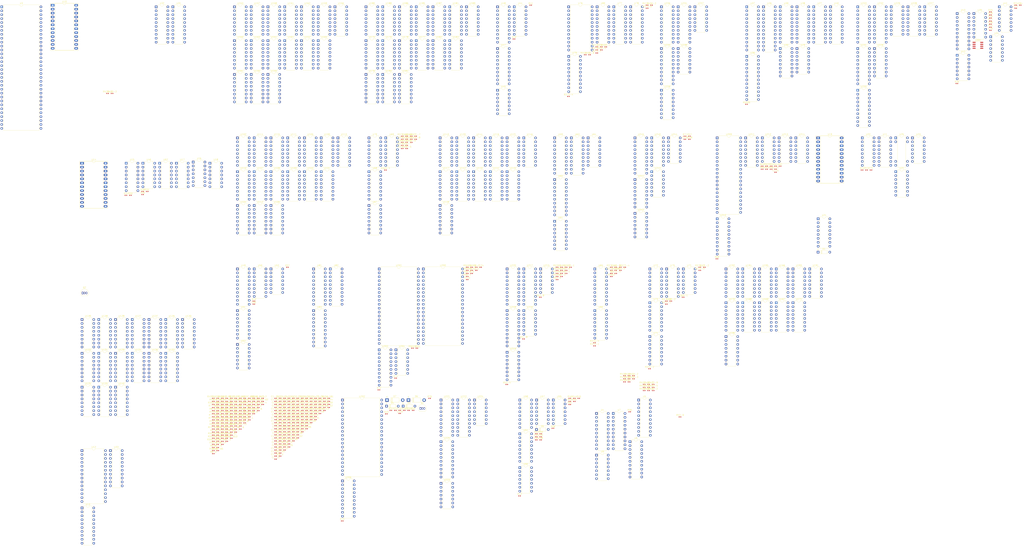
<source format=kicad_pcb>
(kicad_pcb (version 20211014) (generator pcbnew)

  (general
    (thickness 1.6)
  )

  (paper "A4")
  (layers
    (0 "F.Cu" signal)
    (31 "B.Cu" signal)
    (32 "B.Adhes" user "B.Adhesive")
    (33 "F.Adhes" user "F.Adhesive")
    (34 "B.Paste" user)
    (35 "F.Paste" user)
    (36 "B.SilkS" user "B.Silkscreen")
    (37 "F.SilkS" user "F.Silkscreen")
    (38 "B.Mask" user)
    (39 "F.Mask" user)
    (40 "Dwgs.User" user "User.Drawings")
    (41 "Cmts.User" user "User.Comments")
    (42 "Eco1.User" user "User.Eco1")
    (43 "Eco2.User" user "User.Eco2")
    (44 "Edge.Cuts" user)
    (45 "Margin" user)
    (46 "B.CrtYd" user "B.Courtyard")
    (47 "F.CrtYd" user "F.Courtyard")
    (48 "B.Fab" user)
    (49 "F.Fab" user)
    (50 "User.1" user)
    (51 "User.2" user)
    (52 "User.3" user)
    (53 "User.4" user)
    (54 "User.5" user)
    (55 "User.6" user)
    (56 "User.7" user)
    (57 "User.8" user)
    (58 "User.9" user)
  )

  (setup
    (pad_to_mask_clearance 0)
    (pcbplotparams
      (layerselection 0x00010fc_ffffffff)
      (disableapertmacros false)
      (usegerberextensions false)
      (usegerberattributes true)
      (usegerberadvancedattributes true)
      (creategerberjobfile true)
      (svguseinch false)
      (svgprecision 6)
      (excludeedgelayer true)
      (plotframeref false)
      (viasonmask false)
      (mode 1)
      (useauxorigin false)
      (hpglpennumber 1)
      (hpglpenspeed 20)
      (hpglpendiameter 15.000000)
      (dxfpolygonmode true)
      (dxfimperialunits true)
      (dxfusepcbnewfont true)
      (psnegative false)
      (psa4output false)
      (plotreference true)
      (plotvalue true)
      (plotinvisibletext false)
      (sketchpadsonfab false)
      (subtractmaskfromsilk false)
      (outputformat 1)
      (mirror false)
      (drillshape 1)
      (scaleselection 1)
      (outputdirectory "")
    )
  )

  (net 0 "")
  (net 1 "-12V")
  (net 2 "V+")
  (net 3 "Net-(C70-Pad2)")
  (net 4 "C587")
  (net 5 "Net-(C77-Pad1)")
  (net 6 "Net-(C79-Pad1)")
  (net 7 "Net-(C84-Pad1)")
  (net 8 "Net-(C90-Pad1)")
  (net 9 "Net-(C94-Pad1)")
  (net 10 "Net-(C95-Pad1)")
  (net 11 "Net-(C96-Pad1)")
  (net 12 "Net-(C96-Pad2)")
  (net 13 "Net-(C98-Pad1)")
  (net 14 "C706")
  (net 15 "+12V")
  (net 16 "C551")
  (net 17 "C548")
  (net 18 "GND")
  (net 19 "V-")
  (net 20 "C701")
  (net 21 "C741")
  (net 22 "C742")
  (net 23 "C740")
  (net 24 "TXD16P")
  (net 25 "Net-(D1-Pad2)")
  (net 26 "C531")
  (net 27 "Net-(D4-Pad1)")
  (net 28 "Net-(C97-Pad1)")
  (net 29 "~{POWERON}")
  (net 30 "Net-(Q2-Pad2)")
  (net 31 "Net-(Q2-Pad3)")
  (net 32 "Net-(R1-Pad1)")
  (net 33 "MDR8")
  (net 34 "Net-(R3-Pad1)")
  (net 35 "MIA0")
  (net 36 "MIA1")
  (net 37 "MIA2")
  (net 38 "MIA3")
  (net 39 "MIA4")
  (net 40 "MXA8BNK0")
  (net 41 "MXA8BNK3")
  (net 42 "~{IRRQ}")
  (net 43 "MA19")
  (net 44 "MA20")
  (net 45 "MA21")
  (net 46 "MA22")
  (net 47 "Net-(R72-Pad2)")
  (net 48 "Net-(R76-Pad1)")
  (net 49 "MXA8BNK2")
  (net 50 "MXA8BNK1")
  (net 51 "Net-(R8-1-Pad1)")
  (net 52 "MD8")
  (net 53 "MD9")
  (net 54 "MD10")
  (net 55 "MD11")
  (net 56 "MD12")
  (net 57 "MD13")
  (net 58 "MD14")
  (net 59 "MD15")
  (net 60 "MD0")
  (net 61 "MD1")
  (net 62 "MD2")
  (net 63 "MD3")
  (net 64 "MD4")
  (net 65 "MD5")
  (net 66 "MD6")
  (net 67 "MD7")
  (net 68 "MA11")
  (net 69 "MA12")
  (net 70 "MA13")
  (net 71 "MA14")
  (net 72 "MA15")
  (net 73 "~{SLDS}")
  (net 74 "~{DIR}")
  (net 75 "Net-(U59-Pad15)")
  (net 76 "Net-(J1006-Pad1)")
  (net 77 "Net-(R15-Pad1)")
  (net 78 "REDLED")
  (net 79 "GRNLED")
  (net 80 "Net-(R18-Pad2)")
  (net 81 "~{T}")
  (net 82 "~{SASIINT}")
  (net 83 "~{XIRQ6}")
  (net 84 "~{XIRQ5}")
  (net 85 "~{XIRQ4}")
  (net 86 "~{XIRQ3}")
  (net 87 "~{XIRQ2}")
  (net 88 "~{XIRQ1}")
  (net 89 "~{MINT}")
  (net 90 "Net-(D3-Pad2)")
  (net 91 "~{MAN}")
  (net 92 "Net-(R25-Pad1)")
  (net 93 "DISCLED")
  (net 94 "Net-(R26-Pad2)")
  (net 95 "Net-(R29-Pad1)")
  (net 96 "FCK")
  (net 97 "Net-(R30-Pad1)")
  (net 98 "Net-(R34-Pad2)")
  (net 99 "~{UAS}")
  (net 100 "~{LDS}")
  (net 101 "~{BGACK}")
  (net 102 "~{UDS}")
  (net 103 "~{BR0}")
  (net 104 "~{OWN}")
  (net 105 "~{HBE}")
  (net 106 "~{DMADBE}")
  (net 107 "DMADIR")
  (net 108 "~{DTACK}")
  (net 109 "Net-(R37-Pad1)")
  (net 110 "CAMX")
  (net 111 "~{RAS}")
  (net 112 "Net-(R41-Pad1)")
  (net 113 "CPUCLK")
  (net 114 "~{RSTIN}")
  (net 115 "Net-(R43-Pad1)")
  (net 116 "Net-(J4-Pad4)")
  (net 117 "Net-(R44-Pad1)")
  (net 118 "20MHZ")
  (net 119 "DMAFC0")
  (net 120 "DMAFC1")
  (net 121 "FC0")
  (net 122 "FC1")
  (net 123 "FC2")
  (net 124 "RST")
  (net 125 "~{DMAIACK}")
  (net 126 "~{R{slash}W}")
  (net 127 "Net-(U59-Pad16)")
  (net 128 "~{DONE}")
  (net 129 "~{REQ0}")
  (net 130 "Net-(U59-Pad17)")
  (net 131 "~{REQ2}")
  (net 132 "~{REQ3}")
  (net 133 "Net-(R49-Pad2)")
  (net 134 "Net-(R51-Pad1)")
  (net 135 "~{HLT}")
  (net 136 "XD0")
  (net 137 "XD1")
  (net 138 "XD2")
  (net 139 "XD3")
  (net 140 "XD4")
  (net 141 "XD5")
  (net 142 "XD6")
  (net 143 "XD7")
  (net 144 "XD10")
  (net 145 "XD11")
  (net 146 "XD12")
  (net 147 "XD13")
  (net 148 "XD14")
  (net 149 "XD15")
  (net 150 "Net-(U59-Pad18)")
  (net 151 "BA21")
  (net 152 "~{IRQ0}")
  (net 153 "~{IRQ1}")
  (net 154 "~{IRQ2}")
  (net 155 "~{IRQ3}")
  (net 156 "~{IRQ7}")
  (net 157 "~{IRQ6}")
  (net 158 "~{IRQ5}")
  (net 159 "~{IRQ4}")
  (net 160 "SCCD5")
  (net 161 "SCCD6")
  (net 162 "SCCD7")
  (net 163 "SCCD4")
  (net 164 "SCCD3")
  (net 165 "SCCD2")
  (net 166 "SCCD1")
  (net 167 "~{DX-EN}")
  (net 168 "Net-(R58-Pad1)")
  (net 169 "Net-(R59-Pad2)")
  (net 170 "C547")
  (net 171 "C552")
  (net 172 "Net-(R62-Pad1)")
  (net 173 "C589")
  (net 174 "~{TR00}")
  (net 175 "C588")
  (net 176 "~{IP}")
  (net 177 "C590")
  (net 178 "~{WPRT}")
  (net 179 "~{ZRD}")
  (net 180 "C550")
  (net 181 "~{ZWR}")
  (net 182 "~{EXC}")
  (net 183 "RI17P")
  (net 184 "RI19P")
  (net 185 "Net-(R73-Pad2)")
  (net 186 "RI18P")
  (net 187 "Net-(R74-Pad2)")
  (net 188 "Net-(R75-Pad1)")
  (net 189 "RI21P")
  (net 190 "RI20P")
  (net 191 "~{RDTA}")
  (net 192 "~{RDY}")
  (net 193 "~{D1}")
  (net 194 "Net-(R77-B1-Pad2)")
  (net 195 "~{REQ}")
  (net 196 "~{SCSIACK}")
  (net 197 "~{SEL}")
  (net 198 "~{I{slash}O}")
  (net 199 "~{SCSIRST}")
  (net 200 "~{BSY}")
  (net 201 "~{D0}")
  (net 202 "~{D7}")
  (net 203 "~{D6}")
  (net 204 "~{D5}")
  (net 205 "~{D4}")
  (net 206 "~{D3}")
  (net 207 "~{D2}")
  (net 208 "Net-(R369-1-Pad1)")
  (net 209 "~{CASBNK3CB}")
  (net 210 "Net-(R369-2-Pad1)")
  (net 211 "~{CASBNK3DB}")
  (net 212 "Net-(R369-3-Pad1)")
  (net 213 "Net-(R369-4-Pad1)")
  (net 214 "MXA6BNK32")
  (net 215 "Net-(R369-5-Pad1)")
  (net 216 "~{RASBNK3}")
  (net 217 "Net-(R369-6-Pad1)")
  (net 218 "MXA4BNK32")
  (net 219 "Net-(R369-7-Pad1)")
  (net 220 "MXA5BNK32")
  (net 221 "Net-(R369-8-Pad1)")
  (net 222 "MXA7BNK32")
  (net 223 "Net-(R370-1-Pad1)")
  (net 224 "Net-(R370-2-Pad1)")
  (net 225 "~{CASBNK2CB}")
  (net 226 "Net-(R370-3-Pad1)")
  (net 227 "~{CASBNK2DB}")
  (net 228 "Net-(R370-4-Pad1)")
  (net 229 "~{RASBNK2}")
  (net 230 "Net-(R370-5-Pad1)")
  (net 231 "MXA3BNK32")
  (net 232 "Net-(R370-6-Pad1)")
  (net 233 "MXA0BNK32")
  (net 234 "Net-(R370-7-Pad1)")
  (net 235 "MXA2BNK32")
  (net 236 "Net-(R370-8-Pad1)")
  (net 237 "MXA1BNK32")
  (net 238 "Net-(R371-1-Pad1)")
  (net 239 "~{CASBNK1DB}")
  (net 240 "Net-(R371-2-Pad1)")
  (net 241 "~{CASBNK1CB}")
  (net 242 "Net-(R371-3-Pad1)")
  (net 243 "Net-(R371-4-Pad1)")
  (net 244 "~{RASBNK1}")
  (net 245 "Net-(R371-5-Pad1)")
  (net 246 "MXA6BNK10")
  (net 247 "Net-(R371-6-Pad1)")
  (net 248 "MXA4BNK10")
  (net 249 "Net-(R371-7-Pad1)")
  (net 250 "MXA5BNK10")
  (net 251 "Net-(R371-8-Pad1)")
  (net 252 "MXA7BNK10")
  (net 253 "Net-(R372-1-Pad1)")
  (net 254 "Net-(R372-2-Pad1)")
  (net 255 "~{CASBNK0CB}")
  (net 256 "Net-(R372-3-Pad1)")
  (net 257 "~{CASBNK0DB}")
  (net 258 "Net-(R372-4-Pad1)")
  (net 259 "~{RASBNK0}")
  (net 260 "Net-(R372-5-Pad1)")
  (net 261 "MXA3BNK10")
  (net 262 "Net-(R372-6-Pad1)")
  (net 263 "MXA0BNK10")
  (net 264 "Net-(R372-7-Pad1)")
  (net 265 "MXA2BNK10")
  (net 266 "Net-(R372-8-Pad1)")
  (net 267 "MXA1BNK10")
  (net 268 "MCB0")
  (net 269 "MCR0")
  (net 270 "MCB1")
  (net 271 "MCB2")
  (net 272 "MCB3")
  (net 273 "MCB4")
  (net 274 "MCB5")
  (net 275 "Net-(R1002-Pad1)")
  (net 276 "Net-(R1004-Pad1)")
  (net 277 "Net-(R9999-Pad1)")
  (net 278 "EDCON")
  (net 279 "~{SP0}")
  (net 280 "A8D0")
  (net 281 "A9D1")
  (net 282 "A10D2")
  (net 283 "A11D3")
  (net 284 "A12D4")
  (net 285 "A13D5")
  (net 286 "A14D6")
  (net 287 "A15D7")
  (net 288 "S+")
  (net 289 "A16D8")
  (net 290 "A17D9")
  (net 291 "A18D10")
  (net 292 "A19D11")
  (net 293 "A20D12")
  (net 294 "A21D13")
  (net 295 "A22D14")
  (net 296 "A23D15")
  (net 297 "MDR9")
  (net 298 "MDR10")
  (net 299 "MDR11")
  (net 300 "MDR12")
  (net 301 "MDR13")
  (net 302 "MDR14")
  (net 303 "MDR15")
  (net 304 "MDR0")
  (net 305 "MDR1")
  (net 306 "MDR2")
  (net 307 "MDR3")
  (net 308 "MDR4")
  (net 309 "MDR5")
  (net 310 "MDR6")
  (net 311 "MDR7")
  (net 312 "D4")
  (net 313 "D3")
  (net 314 "D2")
  (net 315 "D1")
  (net 316 "D0")
  (net 317 "~{AS}")
  (net 318 "~{BG}")
  (net 319 "~{RST}")
  (net 320 "unconnected-(U3-Pad19)")
  (net 321 "E")
  (net 322 "~{VPA}")
  (net 323 "~{BERR}")
  (net 324 "~{IPL2}")
  (net 325 "~{IPL1}")
  (net 326 "~{IPL0}")
  (net 327 "A1")
  (net 328 "A2")
  (net 329 "A3")
  (net 330 "A4")
  (net 331 "A5")
  (net 332 "A6")
  (net 333 "A7")
  (net 334 "A8")
  (net 335 "A9")
  (net 336 "A10")
  (net 337 "A11")
  (net 338 "A12")
  (net 339 "A13")
  (net 340 "A14")
  (net 341 "A15")
  (net 342 "A16")
  (net 343 "A17")
  (net 344 "A18")
  (net 345 "A19")
  (net 346 "A20")
  (net 347 "A21")
  (net 348 "A22")
  (net 349 "A23")
  (net 350 "D15")
  (net 351 "D14")
  (net 352 "D13")
  (net 353 "D12")
  (net 354 "D11")
  (net 355 "D10")
  (net 356 "D9")
  (net 357 "D8")
  (net 358 "D7")
  (net 359 "D6")
  (net 360 "D5")
  (net 361 "Net-(U6-Pad11)")
  (net 362 "~{IFCK}")
  (net 363 "~{BCE}")
  (net 364 "MIEDCON")
  (net 365 "Net-(U21-Pad5)")
  (net 366 "SEF")
  (net 367 "Net-(U21-Pad8)")
  (net 368 "ECK")
  (net 369 "~{INTACK}")
  (net 370 "SS+")
  (net 371 "Net-(U11-Pad7)")
  (net 372 "~{IACK6}")
  (net 373 "unconnected-(U11-Pad10)")
  (net 374 "~{IACK4}")
  (net 375 "~{IACK3}")
  (net 376 "Net-(U11-Pad13)")
  (net 377 "Net-(U11-Pad14)")
  (net 378 "unconnected-(U11-Pad15)")
  (net 379 "Net-(J103-Pad2)")
  (net 380 "BA0")
  (net 381 "unconnected-(U14-Pad10)")
  (net 382 "~{DMA}")
  (net 383 "~{ACK2}")
  (net 384 "unconnected-(U15-Pad7)")
  (net 385 "unconnected-(U15-Pad9)")
  (net 386 "unconnected-(U15-Pad10)")
  (net 387 "unconnected-(U15-Pad11)")
  (net 388 "Net-(U16-Pad1)")
  (net 389 "DSTC")
  (net 390 "Net-(U17-Pad3)")
  (net 391 "Net-(JP2-Pad1)")
  (net 392 "~{BOE}")
  (net 393 "Net-(U17-Pad11)")
  (net 394 "EDCK")
  (net 395 "~{SUDS}")
  (net 396 "~{FPY}")
  (net 397 "GFAS")
  (net 398 "Net-(U18-Pad12)")
  (net 399 "~{FAS}")
  (net 400 "CB0")
  (net 401 "CB1")
  (net 402 "CB2")
  (net 403 "CB3")
  (net 404 "CB4")
  (net 405 "CB5")
  (net 406 "CB6")
  (net 407 "CB7")
  (net 408 "PCLK")
  (net 409 "unconnected-(U19-Pad18)")
  (net 410 "Net-(U19-Pad19)")
  (net 411 "Net-(U19-Pad20)")
  (net 412 "Net-(U19-Pad21)")
  (net 413 "Net-(U19-Pad22)")
  (net 414 "Net-(U21-Pad4)")
  (net 415 "unconnected-(U22-Pad14)")
  (net 416 "unconnected-(U22-Pad15)")
  (net 417 "Net-(U23-Pad1)")
  (net 418 "Net-(U23-Pad2)")
  (net 419 "Net-(C70-Pad1)")
  (net 420 "Net-(U24-Pad3)")
  (net 421 "unconnected-(U24-Pad4)")
  (net 422 "unconnected-(U24-Pad5)")
  (net 423 "unconnected-(U24-Pad7)")
  (net 424 "unconnected-(U24-Pad10)")
  (net 425 "unconnected-(U24-Pad11)")
  (net 426 "unconnected-(U24-Pad12)")
  (net 427 "Net-(JP1-Pad1)")
  (net 428 "MIA6")
  (net 429 "MIA5")
  (net 430 "FLQ4")
  (net 431 "FLQ5")
  (net 432 "AT0")
  (net 433 "AT1")
  (net 434 "~{POE}")
  (net 435 "~{PWRH}")
  (net 436 "unconnected-(U27-Pad14)")
  (net 437 "unconnected-(U27-Pad15)")
  (net 438 "Net-(U29-Pad1)")
  (net 439 "~{CXE}")
  (net 440 "Net-(U29-Pad4)")
  (net 441 "Net-(U29-Pad10)")
  (net 442 "Net-(U29-Pad13)")
  (net 443 "~{MDHE}")
  (net 444 "~{MDLE}")
  (net 445 "BA10")
  (net 446 "BA9")
  (net 447 "unconnected-(U33-Pad7)")
  (net 448 "unconnected-(U33-Pad13)")
  (net 449 "Net-(U34-Pad2)")
  (net 450 "Net-(U34-Pad4)")
  (net 451 "Net-(U34-Pad6)")
  (net 452 "Net-(U34-Pad8)")
  (net 453 "Net-(J4x1-Pad1)")
  (net 454 "Net-(J4x1-Pad2)")
  (net 455 "BA7")
  (net 456 "MA16")
  (net 457 "MA17")
  (net 458 "MA18")
  (net 459 "~{SOE}")
  (net 460 "~{SWR}")
  (net 461 "~{STE}")
  (net 462 "~{PERMIT}")
  (net 463 "Net-(U41-Pad4)")
  (net 464 "Net-(U41-Pad5)")
  (net 465 "~{DAS}")
  (net 466 "Net-(U41-Pad10)")
  (net 467 "Net-(U41-Pad12)")
  (net 468 "Net-(U41-Pad13)")
  (net 469 "~{FPP}")
  (net 470 "unconnected-(U43-Pad7)")
  (net 471 "unconnected-(U43-Pad8)")
  (net 472 "unconnected-(U43-Pad9)")
  (net 473 "unconnected-(U43-Pad13)")
  (net 474 "unconnected-(U43-Pad14)")
  (net 475 "unconnected-(U43-Pad15)")
  (net 476 "unconnected-(U43-Pad16)")
  (net 477 "unconnected-(U43-Pad17)")
  (net 478 "unconnected-(U43-Pad18)")
  (net 479 "Net-(U44-Pad2)")
  (net 480 "Net-(U44-Pad3)")
  (net 481 "EDCS1")
  (net 482 "Net-(U44-Pad5)")
  (net 483 "unconnected-(U44-Pad6)")
  (net 484 "Net-(U44-Pad7)")
  (net 485 "Net-(U44-Pad13)")
  (net 486 "unconnected-(U44-Pad15)")
  (net 487 "GSEF")
  (net 488 "Net-(U45-Pad8)")
  (net 489 "Net-(U45-Pad9)")
  (net 490 "RAE")
  (net 491 "Net-(U45-Pad13)")
  (net 492 "EAS31")
  (net 493 "Net-(U46-Pad3)")
  (net 494 "DEF")
  (net 495 "Net-(U47-Pad5)")
  (net 496 "~{RAM}")
  (net 497 "~{LLE}")
  (net 498 "~{ULE}")
  (net 499 "EDCS0")
  (net 500 "~{CAS}")
  (net 501 "Net-(U47-Pad18)")
  (net 502 "unconnected-(U48-Pad17)")
  (net 503 "~{PWC31}")
  (net 504 "~{SWC31}")
  (net 505 "~{PTE}")
  (net 506 "~{PWRL}")
  (net 507 "Net-(U49-Pad15)")
  (net 508 "RFSHRST")
  (net 509 "RFSHRQ")
  (net 510 "unconnected-(U50-Pad6)")
  (net 511 "unconnected-(U50-Pad11)")
  (net 512 "unconnected-(U50-Pad15)")
  (net 513 "~{TPT}")
  (net 514 "RACNT")
  (net 515 "AL")
  (net 516 "Net-(U52-Pad3)")
  (net 517 "Net-(U52-Pad4)")
  (net 518 "Net-(J4-Pad2)")
  (net 519 "unconnected-(U53-Pad3)")
  (net 520 "unconnected-(U53-Pad4)")
  (net 521 "unconnected-(U53-Pad5)")
  (net 522 "BUST0")
  (net 523 "unconnected-(U53-Pad9)")
  (net 524 "unconnected-(U53-Pad10)")
  (net 525 "unconnected-(U53-Pad11)")
  (net 526 "unconnected-(U54-Pad1)")
  (net 527 "unconnected-(U54-Pad4)")
  (net 528 "unconnected-(U54-Pad7)")
  (net 529 "unconnected-(U54-Pad10)")
  (net 530 "unconnected-(U54-Pad11)")
  (net 531 "TOW")
  (net 532 "Net-(U54-Pad13)")
  (net 533 "unconnected-(U54-Pad14)")
  (net 534 "unconnected-(U54-Pad15)")
  (net 535 "Net-(U55-Pad12)")
  (net 536 "unconnected-(U56-Pad5)")
  (net 537 "Net-(U58-Pad1)")
  (net 538 "Net-(U58-Pad12)")
  (net 539 "unconnected-(U58-Pad5)")
  (net 540 "unconnected-(U58-Pad6)")
  (net 541 "unconnected-(U58-Pad9)")
  (net 542 "unconnected-(U58-Pad11)")
  (net 543 "~{EDRD}")
  (net 544 "~{SCCG}")
  (net 545 "~{X109}")
  (net 546 "~{CIOCE}")
  (net 547 "Net-(U62-Pad6)")
  (net 548 "~{SCCTE}")
  (net 549 "~{BERR&DONE}")
  (net 550 "Net-(U63-Pad9)")
  (net 551 "~{ZIACK}")
  (net 552 "Net-(U63-Pad17)")
  (net 553 "RA4")
  (net 554 "RA3")
  (net 555 "RA1")
  (net 556 "RA2")
  (net 557 "RA7")
  (net 558 "RA6")
  (net 559 "RA8")
  (net 560 "RA5")
  (net 561 "C407")
  (net 562 "C408")
  (net 563 "C409")
  (net 564 "C410")
  (net 565 "C411")
  (net 566 "C406")
  (net 567 "C405")
  (net 568 "unconnected-(U74-Pad7)")
  (net 569 "unconnected-(U74-Pad9)")
  (net 570 "unconnected-(U74-Pad10)")
  (net 571 "unconnected-(U74-Pad11)")
  (net 572 "unconnected-(U75-Pad7)")
  (net 573 "unconnected-(U75-Pad9)")
  (net 574 "unconnected-(U75-Pad10)")
  (net 575 "unconnected-(U75-Pad11)")
  (net 576 "BA23")
  (net 577 "BA22")
  (net 578 "BA20")
  (net 579 "BA19")
  (net 580 "BA18")
  (net 581 "BA17")
  (net 582 "BA16")
  (net 583 "BA15")
  (net 584 "BA14")
  (net 585 "BA13")
  (net 586 "BA12")
  (net 587 "BA11")
  (net 588 "BA8")
  (net 589 "BA6")
  (net 590 "BA5")
  (net 591 "BA4")
  (net 592 "BA3")
  (net 593 "BA2")
  (net 594 "BA1")
  (net 595 "unconnected-(U83-Pad19)")
  (net 596 "~{WRBNK10DB}")
  (net 597 "MCR4")
  (net 598 "~{WRBNK10CB}")
  (net 599 "MCR1")
  (net 600 "MCR2")
  (net 601 "MCR3")
  (net 602 "MCR5")
  (net 603 "~{WRBNK32DB}")
  (net 604 "~{WRBNK32CB}")
  (net 605 "Net-(U14-Pad5)")
  (net 606 "Net-(U200-Pad6)")
  (net 607 "C483")
  (net 608 "RTXC17P")
  (net 609 "RXD17P")
  (net 610 "TRXC17P")
  (net 611 "TXD17P")
  (net 612 "DTR17P")
  (net 613 "RTS17P")
  (net 614 "CTS17P")
  (net 615 "DCD17P")
  (net 616 "C466")
  (net 617 "unconnected-(U200-Pad22)")
  (net 618 "unconnected-(U200-Pad23)")
  (net 619 "unconnected-(U200-Pad24)")
  (net 620 "C468")
  (net 621 "unconnected-(U200-Pad26)")
  (net 622 "C467")
  (net 623 "C465")
  (net 624 "unconnected-(U200-Pad29)")
  (net 625 "~{CE200}")
  (net 626 "IEO201")
  (net 627 "IEN201")
  (net 628 "RTXC19P")
  (net 629 "RXD19P")
  (net 630 "TRXC19P")
  (net 631 "TXD19P")
  (net 632 "DTR19P")
  (net 633 "RTS19P")
  (net 634 "CTS19P")
  (net 635 "DCD19P")
  (net 636 "DCD18P")
  (net 637 "CTS18P")
  (net 638 "RTS18P")
  (net 639 "DTR18P")
  (net 640 "TXD18P")
  (net 641 "TRXC18P")
  (net 642 "RXD18P")
  (net 643 "RTXC18P")
  (net 644 "~{CE201}")
  (net 645 "unconnected-(U202-Pad6)")
  (net 646 "Net-(U202-Pad7)")
  (net 647 "Net-(U14-Pad6)")
  (net 648 "RTXC21P")
  (net 649 "RXD21P")
  (net 650 "TRXC21P")
  (net 651 "TXD21P")
  (net 652 "DTR21P")
  (net 653 "RTS21P")
  (net 654 "CTS21P")
  (net 655 "DCD21P")
  (net 656 "DCD20P")
  (net 657 "CTS20P")
  (net 658 "RTS20P")
  (net 659 "DTR20P")
  (net 660 "TXD20P")
  (net 661 "TRXC20P")
  (net 662 "RXD20P")
  (net 663 "RTXC20P")
  (net 664 "Net-(U202-Pad33)")
  (net 665 "SCCD0")
  (net 666 "~{IRST}")
  (net 667 "CTRL17P")
  (net 668 "CTRL18P")
  (net 669 "CTRL19P")
  (net 670 "CTRL20P")
  (net 671 "CTRL21P")
  (net 672 "C554")
  (net 673 "C553")
  (net 674 "C541")
  (net 675 "C540")
  (net 676 "FPMR")
  (net 677 "unconnected-(U209-Pad22)")
  (net 678 "FPHLT")
  (net 679 "C544")
  (net 680 "C555")
  (net 681 "C543")
  (net 682 "C539")
  (net 683 "C556")
  (net 684 "unconnected-(U209-Pad29)")
  (net 685 "FPWG")
  (net 686 "C542")
  (net 687 "C546X")
  (net 688 "FPDD")
  (net 689 "C559")
  (net 690 "C560")
  (net 691 "C562")
  (net 692 "MINT")
  (net 693 "Net-(U210-Pad7)")
  (net 694 "unconnected-(U210-Pad8)")
  (net 695 "Net-(U210-Pad11)")
  (net 696 "unconnected-(U210-Pad16)")
  (net 697 "PRE1")
  (net 698 "PRE2")
  (net 699 "~{MMG}")
  (net 700 "unconnected-(U211-Pad7)")
  (net 701 "unconnected-(U211-Pad10)")
  (net 702 "unconnected-(U211-Pad11)")
  (net 703 "unconnected-(U211-Pad12)")
  (net 704 "unconnected-(U211-Pad13)")
  (net 705 "C561")
  (net 706 "~{WE}")
  (net 707 "~{DIR0}")
  (net 708 "~{SIDE}")
  (net 709 "~{WG}")
  (net 710 "~{HDLD}")
  (net 711 "~{STEP}")
  (net 712 "C608")
  (net 713 "~{LO1}")
  (net 714 "~{SEL0}")
  (net 715 "SEL0")
  (net 716 "~{MOTOR}")
  (net 717 "C609")
  (net 718 "~{SEL1}")
  (net 719 "SEL1")
  (net 720 "C605")
  (net 721 "Net-(U215-Pad3)")
  (net 722 "~{SCSIRC}")
  (net 723 "C710")
  (net 724 "~{ACK0}")
  (net 725 "XDIR")
  (net 726 "C610")
  (net 727 "~{SEL2}")
  (net 728 "C604")
  (net 729 "unconnected-(U219-Pad3)")
  (net 730 "unconnected-(U219-Pad6)")
  (net 731 "unconnected-(U219-Pad11)")
  (net 732 "unconnected-(U219-Pad14)")
  (net 733 "XDCK")
  (net 734 "C634")
  (net 735 "C635")
  (net 736 "C623")
  (net 737 "C622")
  (net 738 "C621")
  (net 739 "C620")
  (net 740 "C619")
  (net 741 "C618")
  (net 742 "C617")
  (net 743 "C616")
  (net 744 "C632")
  (net 745 "C631")
  (net 746 "C630")
  (net 747 "C629")
  (net 748 "C628")
  (net 749 "C627")
  (net 750 "C626")
  (net 751 "C625")
  (net 752 "unconnected-(U223-Pad3)")
  (net 753 "C624")
  (net 754 "unconnected-(U223-Pad5)")
  (net 755 "C636")
  (net 756 "unconnected-(U224-Pad3)")
  (net 757 "C633")
  (net 758 "unconnected-(U224-Pad5)")
  (net 759 "unconnected-(U225-Pad1)")
  (net 760 "unconnected-(U225-Pad2)")
  (net 761 "unconnected-(U225-Pad3)")
  (net 762 "unconnected-(U225-Pad8)")
  (net 763 "unconnected-(U225-Pad9)")
  (net 764 "unconnected-(U225-Pad15)")
  (net 765 "unconnected-(U225-Pad16)")
  (net 766 "~{SCSIA0}")
  (net 767 "~{BHE}")
  (net 768 "~{SCSIWR}")
  (net 769 "C641")
  (net 770 "C642")
  (net 771 "C643")
  (net 772 "C644")
  (net 773 "~{SCSIA3}")
  (net 774 "~{SCSIA2}")
  (net 775 "~{SCSIA1}")
  (net 776 "C637")
  (net 777 "C638")
  (net 778 "C639")
  (net 779 "C640")
  (net 780 "~{BLE}")
  (net 781 "C653")
  (net 782 "C654")
  (net 783 "C655")
  (net 784 "C656")
  (net 785 "C649")
  (net 786 "C650")
  (net 787 "C651")
  (net 788 "C652")
  (net 789 "~{SCSIUE}")
  (net 790 "SCSIDIR")
  (net 791 "~{SCSILE}")
  (net 792 "XD9")
  (net 793 "XD8")
  (net 794 "~{SCSITRE}")
  (net 795 "C679")
  (net 796 "C680")
  (net 797 "C681")
  (net 798 "C682")
  (net 799 "C683")
  (net 800 "C684")
  (net 801 "C685")
  (net 802 "C686")
  (net 803 "HLC")
  (net 804 "SCSIA1")
  (net 805 "SCSIA3")
  (net 806 "SCSIA2")
  (net 807 "SCSIA0")
  (net 808 "DXD8")
  (net 809 "BRC")
  (net 810 "unconnected-(U237-Pad5)")
  (net 811 "Net-(U237-Pad12)")
  (net 812 "Net-(U238-Pad4)")
  (net 813 "C704")
  (net 814 "C693")
  (net 815 "unconnected-(U239-Pad12)")
  (net 816 "ACLK")
  (net 817 "~{SASISTAT}")
  (net 818 "unconnected-(U240-Pad11)")
  (net 819 "unconnected-(U240-Pad12)")
  (net 820 "unconnected-(U240-Pad13)")
  (net 821 "unconnected-(U240-Pad14)")
  (net 822 "C709")
  (net 823 "unconnected-(U241-Pad5)")
  (net 824 "C707")
  (net 825 "~{SASICTRL}")
  (net 826 "C708")
  (net 827 "C703")
  (net 828 "C705")
  (net 829 "C699")
  (net 830 "C702")
  (net 831 "C711")
  (net 832 "C691")
  (net 833 "~{ACK}")
  (net 834 "unconnected-(U391-Pad4)")
  (net 835 "Net-(C1003-Pad1)")
  (net 836 "~{ACK3}")
  (net 837 "Net-(U14-Pad7)")
  (net 838 "Net-(U14-Pad8)")
  (net 839 "C404")

  (footprint "Package_DIP:DIP-16_W7.62mm" (layer "F.Cu") (at 769 62.68))

  (footprint "Package_DIP:DIP-20_W7.62mm" (layer "F.Cu") (at 710.66 93.58))

  (footprint "Resistor_SMD:R_0402_1005Metric" (layer "F.Cu") (at 481.62 280.21))

  (footprint "Package_DIP:DIP-28_W15.24mm" (layer "F.Cu") (at 393.62 296.14))

  (footprint "Package_DIP:DIP-20_W7.62mm" (layer "F.Cu") (at 699.81 93.58))

  (footprint "Resistor_SMD:R_0402_1005Metric" (layer "F.Cu") (at 772.2 201.29))

  (footprint "Package_DIP:DIP-16_W7.62mm" (layer "F.Cu") (at 577.62 52.48))

  (footprint "Package_DIP:DIP-14_W7.62mm" (layer "F.Cu") (at 677.28 307.18))

  (footprint "Package_DIP:DIP-16_W7.62mm" (layer "F.Cu") (at 492.41 52.48))

  (footprint "Resistor_SMD:R_0402_1005Metric" (layer "F.Cu") (at 493.26 276.23))

  (footprint "Resistor_SMD:R_0402_1005Metric" (layer "F.Cu") (at 490.35 266.28))

  (footprint "Capacitor_SMD:C_0402_1005Metric" (layer "F.Cu") (at 527.71 278.05))

  (footprint "Package_DIP:DIP-14_W7.62mm" (layer "F.Cu") (at 856.1 93.58))

  (footprint "Resistor_SMD:R_0402_1005Metric" (layer "F.Cu") (at 490.35 286.18))

  (footprint "Resistor_SMD:R_0402_1005Metric" (layer "F.Cu") (at 604 94.49))

  (footprint "Package_DIP:DIP-16_W7.62mm" (layer "F.Cu") (at 505.2 93.58))

  (footprint "Package_DIP:DIP-40_W25.4mm" (layer "F.Cu") (at 586.18 178.48))

  (footprint "Resistor_SMD:R_0402_1005Metric" (layer "F.Cu") (at 481.62 294.14))

  (footprint "Package_DIP:DIP-16_W7.62mm" (layer "F.Cu") (at 516.05 137.38))

  (footprint "Capacitor_SMD:C_0402_1005Metric" (layer "F.Cu") (at 542.06 264.26))

  (footprint "Package_DIP:DIP-16_W7.62mm" (layer "F.Cu") (at 393.67 255.04))

  (footprint "Package_DIP:DIP-20_W7.62mm" (layer "F.Cu") (at 856.83 8.68))

  (footprint "Package_DIP:DIP-14_W7.62mm" (layer "F.Cu") (at 773.57 93.58))

  (footprint "Capacitor_SMD:C_0402_1005Metric" (layer "F.Cu") (at 539.19 276.08))

  (footprint "Capacitor_SMD:C_0402_1005Metric" (layer "F.Cu") (at 524.84 291.84))

  (footprint "Capacitor_SMD:C_0402_1005Metric" (layer "F.Cu") (at 547.8 266.23))

  (footprint "Resistor_SMD:R_0402_1005Metric" (layer "F.Cu") (at 413.12 64.77))

  (footprint "Package_DIP:DIP-20_W7.62mm" (layer "F.Cu") (at 662.83 8.68))

  (footprint "Resistor_SMD:R_0402_1005Metric" (layer "F.Cu") (at 704.32 183.37))

  (footprint "Resistor_SMD:R_0402_1005Metric" (layer "F.Cu") (at 481.62 276.23))

  (footprint "Capacitor_SMD:C_0402_1005Metric" (layer "F.Cu") (at 527.71 281.99))

  (footprint "Capacitor_SMD:C_0402_1005Metric" (layer "F.Cu") (at 544.93 270.17))

  (footprint "Diode_THT:D_DO-41_SOD81_P10.16mm_Horizontal" (layer "F.Cu") (at 605.15 263.43))

  (footprint "Capacitor_SMD:C_0402_1005Metric" (layer "F.Cu") (at 544.93 276.08))

  (footprint "Capacitor_SMD:C_0402_1005Metric" (layer "F.Cu") (at 605.27 270.09))

  (footprint "Package_DIP:DIP-16_W7.62mm" (layer "F.Cu") (at 823.55 93.58))

  (footprint "Package_DIP:DIP-16_W7.62mm" (layer "F.Cu") (at 907.03 35.68))

  (footprint "Package_DIP:DIP-16_W7.62mm" (layer "F.Cu")
    (tedit 5A02E8C5) (tstamp 0e2494a0-c1ec-465e-bc25-f546f6e5fd3c)
    (at 415.37 255.04)
    (descr "16
... [2624310 chars truncated]
</source>
